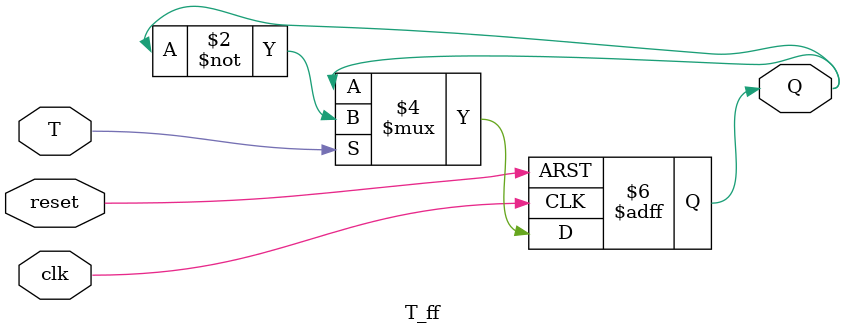
<source format=v>
module T_ff(
    input clk, reset, T,
    output reg Q
);

always @(posedge clk or posedge reset) begin
    if (reset)
        Q <= 0;
    else if (T)
        Q <= ~Q;
    else
        Q <= Q;
end

endmodule

</source>
